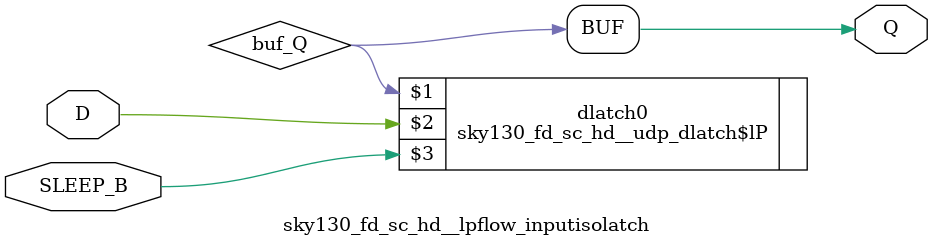
<source format=v>
/*
 * Copyright 2020 The SkyWater PDK Authors
 *
 * Licensed under the Apache License, Version 2.0 (the "License");
 * you may not use this file except in compliance with the License.
 * You may obtain a copy of the License at
 *
 *     https://www.apache.org/licenses/LICENSE-2.0
 *
 * Unless required by applicable law or agreed to in writing, software
 * distributed under the License is distributed on an "AS IS" BASIS,
 * WITHOUT WARRANTIES OR CONDITIONS OF ANY KIND, either express or implied.
 * See the License for the specific language governing permissions and
 * limitations under the License.
 *
 * SPDX-License-Identifier: Apache-2.0
*/


`ifndef SKY130_FD_SC_HD__LPFLOW_INPUTISOLATCH_FUNCTIONAL_V
`define SKY130_FD_SC_HD__LPFLOW_INPUTISOLATCH_FUNCTIONAL_V

/**
 * lpflow_inputisolatch: Latching input isolator with inverted enable.
 *
 * Verilog simulation functional model.
 */

`timescale 1ns / 1ps
`default_nettype none

// Import user defined primitives.
`include "../../models/udp_dlatch_lp/sky130_fd_sc_hd__udp_dlatch_lp.v"

`celldefine
module sky130_fd_sc_hd__lpflow_inputisolatch (
    Q      ,
    D      ,
    SLEEP_B
);

    // Module ports
    output Q      ;
    input  D      ;
    input  SLEEP_B;

    // Local signals
    wire buf_Q;

    //                             Name     Output  Other arguments
    sky130_fd_sc_hd__udp_dlatch$lP dlatch0 (buf_Q , D, SLEEP_B     );
    buf                            buf0    (Q     , buf_Q          );

endmodule
`endcelldefine

`default_nettype wire
`endif  // SKY130_FD_SC_HD__LPFLOW_INPUTISOLATCH_FUNCTIONAL_V

</source>
